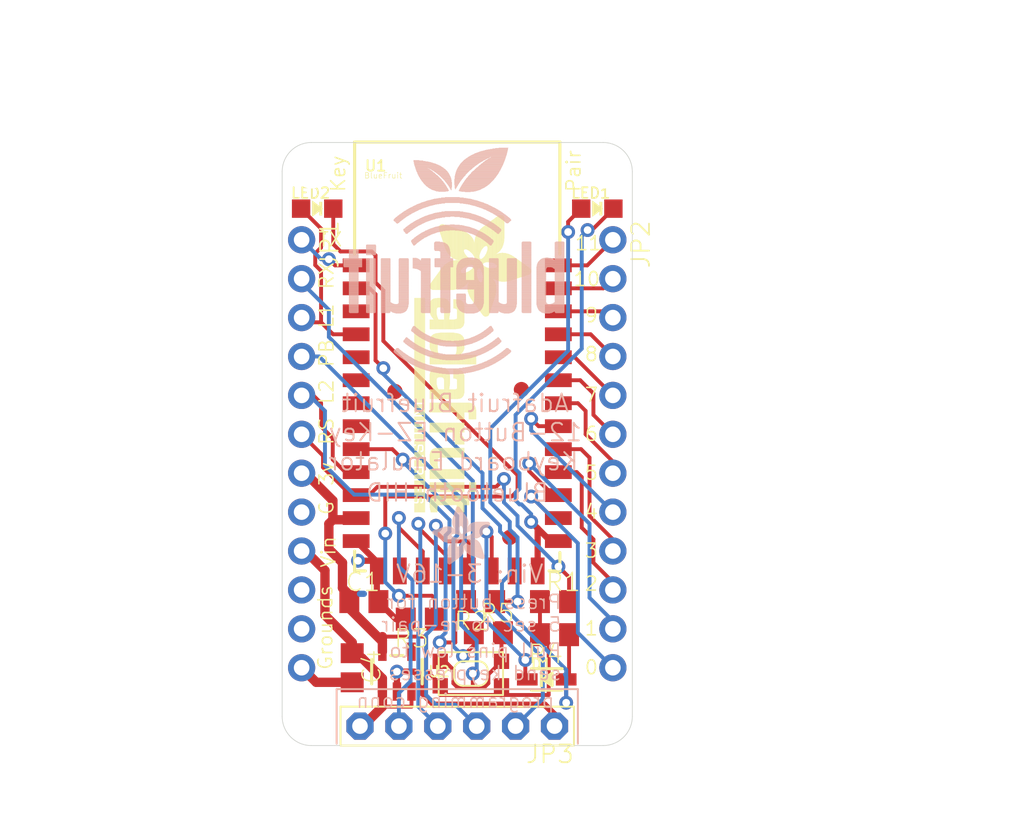
<source format=kicad_pcb>
(kicad_pcb (version 20211014) (generator pcbnew)
  (layers (0 "F.Cu" signal) (31 "B.Cu" signal) (34 "B.Paste" user) (35 "F.Paste" user) (36 "B.SilkS" user "B.Silkscreen") (37 "F.SilkS" user "F.Silkscreen") (38 "B.Mask" user) (39 "F.Mask" user) (44 "Edge.Cuts" user))
  (net 0 "")
  (net 1 "TXD")
  (net 2 "RXD")
  (net 3 "RTS")
  (net 4 "ACT_LED")
  (net 5 "RESET")
  (net 6 "N$23")
  (net 7 "N$24")
  (net 8 "N$25")
  (net 9 "N$26")
  (net 10 "N$27")
  (net 11 "N$28")
  (net 12 "N$29")
  (net 13 "N$31")
  (net 14 "N$32")
  (net 15 "N$33")
  (net 16 "N$34")
  (net 17 "GND")
  (net 18 "CS")
  (net 19 "MOSI")
  (net 20 "MISO")
  (net 21 "CLK")
  (net 22 "+5V")
  (net 23 "+3V3")
  (net 24 "PAIR_BTN")
  (net 25 "N$2")
  (net 26 "N$3")
  (net 27 "RXD_5V")
  (net 28 "PAIR_2")
  (net 29 "N$1")
  (footprint "boardEagle:CHIPLED_0805_NOOUTLINE" (layer "F.Cu") (at 139.3571 89.6366 -90)
    (fp_text reference "LED2" (at -1.016 1.778) (layer "F.SilkS") (effects (font (size 0.692831 0.692831) (thickness 0.119969)) (justify left)))
    (fp_text value "GREEN")
    (pad "A" smd rect (at 0 1.05 270) (size 1.2 1.2) (layers "F.Cu" "F.Paste" "F.Mask") (net 3 "RTS"))
    (pad "C" smd rect (at 0 -1.05 270) (size 1.2 1.2) (layers "F.Cu" "F.Paste" "F.Mask") (net 26 "N$3"))
  )
  (footprint "boardEagle:SOT23-5" (layer "F.Cu") (at 144.5641 119.8626)
    (fp_text reference "U2" (at 1.978 0) (layer "F.SilkS") (effects (font (size 0.692831 0.692831) (thickness 0.119969)) (justify left)))
    (fp_text value "MIC5225")
    (pad "1" smd rect (at -0.95 1.3001) (size 0.55 1.2) (layers "F.Cu" "F.Paste" "F.Mask") (net 22 "+5V"))
    (pad "2" smd rect (at 0 1.3001) (size 0.55 1.2) (layers "F.Cu" "F.Paste" "F.Mask") (net 17 "GND"))
    (pad "3" smd rect (at 0.95 1.3001) (size 0.55 1.2) (layers "F.Cu" "F.Paste" "F.Mask") (net 22 "+5V"))
    (pad "4" smd rect (at 0.95 -1.3001) (size 0.55 1.2) (layers "F.Cu" "F.Paste" "F.Mask"))
    (pad "5" smd rect (at -0.95 -1.3001) (size 0.55 1.2) (layers "F.Cu" "F.Paste" "F.Mask") (net 23 "+3V3"))
  )
  (footprint "boardEagle:CHIPLED_0805_NOOUTLINE" (layer "F.Cu") (at 157.6451 89.6366 -90)
    (fp_text reference "LED1" (at -1.016 1.778) (layer "F.SilkS") (effects (font (size 0.692831 0.692831) (thickness 0.119969)) (justify left)))
    (fp_text value "RED")
    (pad "A" smd rect (at 0 1.05 270) (size 1.2 1.2) (layers "F.Cu" "F.Paste" "F.Mask") (net 25 "N$2"))
    (pad "C" smd rect (at 0 -1.05 270) (size 1.2 1.2) (layers "F.Cu" "F.Paste" "F.Mask") (net 17 "GND"))
  )
  (footprint "boardEagle:R0805" (layer "F.Cu") (at 150.0251 115.2906 180)
    (fp_text reference "R2" (at -0.635 -1.27) (layer "F.SilkS") (effects (font (size 1.176528 1.176528) (thickness 0.093472)) (justify right)))
    (fp_text value "1K")
    (pad "1" smd rect (at -0.95 0 180) (size 1.3 1.5) (layers "F.Cu" "F.Paste" "F.Mask") (net 25 "N$2"))
    (pad "2" smd rect (at 0.95 0 180) (size 1.3 1.5) (layers "F.Cu" "F.Paste" "F.Mask") (net 4 "ACT_LED"))
  )
  (footprint "boardEagle:C0805" (layer "F.Cu") (at 141.6431 119.6086 -90)
    (fp_text reference "C4" (at -1.27 -1.27 90) (layer "F.SilkS") (effects (font (size 1.176528 1.176528) (thickness 0.093472)) (justify right)))
    (fp_text value "10uF")
    (pad "1" smd rect (at -0.95 0 270) (size 1.3 1.5) (layers "F.Cu" "F.Paste" "F.Mask") (net 22 "+5V"))
    (pad "2" smd rect (at 0.95 0 270) (size 1.3 1.5) (layers "F.Cu" "F.Paste" "F.Mask") (net 17 "GND"))
  )
  (footprint "boardEagle:KMR2" (layer "F.Cu") (at 149.3901 119.9896 180)
    (fp_text reference "SW1" hide)
    (fp_text value "SPST_TACT-KMR2" hide)
    (pad "1" smd rect (at 2 -0.8 180) (size 1 1) (layers "F.Cu" "F.Paste" "F.Mask") (net 23 "+3V3"))
    (pad "2" smd rect (at 2 0.8 180) (size 1 1) (layers "F.Cu" "F.Paste" "F.Mask") (net 28 "PAIR_2"))
    (pad "3" smd rect (at -2 -0.8 180) (size 1 1) (layers "F.Cu" "F.Paste" "F.Mask") (net 23 "+3V3"))
    (pad "4" smd rect (at -2 0.8 180) (size 1 1) (layers "F.Cu" "F.Paste" "F.Mask") (net 28 "PAIR_2"))
  )
  (footprint "boardEagle:R0805" (layer "F.Cu") (at 146.0881 116.4336 180)
    (fp_text reference "R3" (at -0.635 -1.27) (layer "F.SilkS") (effects (font (size 1.176528 1.176528) (thickness 0.093472)) (justify right)))
    (fp_text value "1K")
    (pad "1" smd rect (at -0.95 0 180) (size 1.3 1.5) (layers "F.Cu" "F.Paste" "F.Mask") (net 26 "N$3"))
    (pad "2" smd rect (at 0.95 0 180) (size 1.3 1.5) (layers "F.Cu" "F.Paste" "F.Mask") (net 17 "GND"))
  )
  (footprint "" (layer "F.Cu") (at 158.0261 87.2236)
    (fp_text reference "@HOLE3" hide)
    (fp_text value "" (at 0 0) (layer "F.SilkS") (effects (font (size 1.27 1.27))))
    (pad "" np_thru_hole circle (at 0 0) (size 2.2 2.2) (drill 2.2) (layers *.Cu *.Mask))
  )
  (footprint "" (layer "F.Cu") (at 158.0261 122.7836)
    (fp_text reference "@HOLE1" hide)
    (fp_text value "" (at 0 0) (layer "F.SilkS") (effects (font (size 1.27 1.27))))
    (pad "" np_thru_hole circle (at 0 0) (size 2.2 2.2) (drill 2.2) (layers *.Cu *.Mask))
  )
  (footprint "boardEagle:R0805" (layer "F.Cu") (at 150.5331 117.3226)
    (fp_text reference "R5" (at -0.635 -1.27) (layer "F.SilkS") (effects (font (size 1.176528 1.176528) (thickness 0.093472)) (justify left)))
    (fp_text value "2.2K")
    (pad "1" smd rect (at -0.95 0) (size 1.3 1.5) (layers "F.Cu" "F.Paste" "F.Mask") (net 24 "PAIR_BTN"))
    (pad "2" smd rect (at 0.95 0) (size 1.3 1.5) (layers "F.Cu" "F.Paste" "F.Mask") (net 28 "PAIR_2"))
  )
  (footprint "boardEagle:1X12-CB" (layer "F.Cu") (at 158.6611 105.6386 -90)
    (fp_text reference "JP2" (at -15.3162 -1.8288 90) (layer "F.SilkS") (effects (font (size 1.1557 1.1557) (thickness 0.1143)) (justify right)))
    (fp_text value "")
    (pad "1" thru_hole circle (at -13.97 0) (size 1.778 1.778) (drill 1.016) (layers *.Cu *.Mask) (net 16 "N$34"))
    (pad "2" thru_hole circle (at -11.43 0) (size 1.778 1.778) (drill 1.016) (layers *.Cu *.Mask) (net 15 "N$33"))
    (pad "3" thru_hole circle (at -8.89 0) (size 1.778 1.778) (drill 1.016) (layers *.Cu *.Mask) (net 14 "N$32"))
    (pad "4" thru_hole circle (at -6.35 0) (size 1.778 1.778) (drill 1.016) (layers *.Cu *.Mask) (net 13 "N$31"))
    (pad "5" thru_hole circle (at -3.81 0) (size 1.778 1.778) (drill 1.016) (layers *.Cu *.Mask) (net 29 "N$1"))
    (pad "6" thru_hole circle (at -1.27 0) (size 1.778 1.778) (drill 1.016) (layers *.Cu *.Mask) (net 12 "N$29"))
    (pad "7" thru_hole circle (at 1.27 0) (size 1.778 1.778) (drill 1.016) (layers *.Cu *.Mask) (net 11 "N$28"))
    (pad "8" thru_hole circle (at 3.81 0) (size 1.778 1.778) (drill 1.016) (layers *.Cu *.Mask) (net 10 "N$27"))
    (pad "9" thru_hole circle (at 6.35 0) (size 1.778 1.778) (drill 1.016) (layers *.Cu *.Mask) (net 9 "N$26"))
    (pad "10" thru_hole circle (at 8.89 0) (size 1.778 1.778) (drill 1.016) (layers *.Cu *.Mask) (net 8 "N$25"))
    (pad "11" thru_hole circle (at 11.43 0) (size 1.778 1.778) (drill 1.016) (layers *.Cu *.Mask) (net 7 "N$24"))
    (pad "12" thru_hole circle (at 13.97 0) (size 1.778 1.778) (drill 1.016) (layers *.Cu *.Mask) (net 6 "N$23"))
  )
  (footprint "boardEagle:SOD-323" (layer "F.Cu") (at 154.3431 120.3706)
    (fp_text reference "D1" (at -1.1 -1) (layer "F.SilkS") (effects (font (size 0.692831 0.692831) (thickness 0.119969)) (justify left)))
    (fp_text value "1N4148")
    (pad "A" smd rect (at 1.27 0) (size 1.35 0.8) (layers "F.Cu" "F.Paste" "F.Mask") (net 2 "RXD"))
    (pad "C" smd rect (at -1.27 0) (size 1.35 0.8) (layers "F.Cu" "F.Paste" "F.Mask") (net 27 "RXD_5V"))
  )
  (footprint "boardEagle:BLUETOOTH_MODULE" (layer "F.Cu") (at 148.5011 99.2886)
    (fp_text reference "U1" (at -6.096 -12.446) (layer "F.SilkS") (effects (font (size 0.692831 0.692831) (thickness 0.119969)) (justify left)))
    (fp_text value "BlueFruit" (at -6.096 -11.811) (layer "F.SilkS") (effects (font (size 0.369824 0.369824) (thickness 0.036576)) (justify left)))
    (pad "1" smd rect (at -6.6 -5.95) (size 1.75 0.9) (layers "F.Cu" "F.Mask") (net 1 "TXD"))
    (pad "2" smd rect (at -6.6 -4.45) (size 1.75 0.9) (layers "F.Cu" "F.Mask") (net 2 "RXD"))
    (pad "3" smd rect (at -6.6 -2.95) (size 1.75 0.9) (layers "F.Cu" "F.Mask"))
    (pad "4" smd rect (at -6.6 -1.45) (size 1.75 0.9) (layers "F.Cu" "F.Mask") (net 3 "RTS"))
    (pad "5" smd rect (at -6.6 0.05) (size 1.75 0.9) (layers "F.Cu" "F.Mask"))
    (pad "6" smd rect (at -6.6 1.55) (size 1.75 0.9) (layers "F.Cu" "F.Mask"))
    (pad "7" smd rect (at -6.6 3.05) (size 1.75 0.9) (layers "F.Cu" "F.Mask"))
    (pad "8" smd rect (at -6.6 4.55) (size 1.75 0.9) (layers "F.Cu" "F.Mask"))
    (pad "9" smd rect (at -6.6 6.05) (size 1.75 0.9) (layers "F.Cu" "F.Mask") (net 24 "PAIR_BTN"))
    (pad "10" smd rect (at -6.6 7.55) (size 1.75 0.9) (layers "F.Cu" "F.Mask") (net 4 "ACT_LED"))
    (pad "11" smd rect (at -6.6 9.05) (size 1.75 0.9) (layers "F.Cu" "F.Mask") (net 5 "RESET"))
    (pad "12" smd rect (at -6.6 10.55) (size 1.75 0.9) (layers "F.Cu" "F.Mask") (net 23 "+3V3"))
    (pad "13" smd rect (at -6.6 12.05) (size 1.75 0.9) (layers "F.Cu" "F.Mask") (net 17 "GND"))
    (pad "14" smd rect (at -5.25 14 90) (size 1.75 0.9) (layers "F.Cu" "F.Mask") (net 17 "GND"))
    (pad "15" smd rect (at -3.75 14 90) (size 1.75 0.9) (layers "F.Cu" "F.Mask"))
    (pad "16" smd rect (at -2.25 14 90) (size 1.75 0.9) (layers "F.Cu" "F.Mask") (net 18 "CS"))
    (pad "17" smd rect (at -0.75 14 90) (size 1.75 0.9) (layers "F.Cu" "F.Mask") (net 19 "MOSI"))
    (pad "18" smd rect (at 0.75 14 90) (size 1.75 0.9) (layers "F.Cu" "F.Mask") (net 20 "MISO"))
    (pad "19" smd rect (at 2.25 14 90) (size 1.75 0.9) (layers "F.Cu" "F.Mask") (net 21 "CLK"))
    (pad "20" smd rect (at 3.75 14 90) (size 1.75 0.9) (layers "F.Cu" "F.Mask"))
    (pad "21" smd rect (at 5.25 14 90) (size 1.75 0.9) (layers "F.Cu" "F.Mask") (net 17 "GND"))
    (pad "22" smd rect (at 6.6 12.05 180) (size 1.75 0.9) (layers "F.Cu" "F.Mask") (net 17 "GND"))
    (pad "23" smd rect (at 6.6 10.55 180) (size 1.75 0.9) (layers "F.Cu" "F.Mask") (net 6 "N$23"))
    (pad "24" smd rect (at 6.6 9.05 180) (size 1.75 0.9) (layers "F.Cu" "F.Mask") (net 7 "N$24"))
    (pad "25" smd rect (at 6.6 7.55 180) (size 1.75 0.9) (layers "F.Cu" "F.Mask") (net 8 "N$25"))
    (pad "26" smd rect (at 6.6 6.05 180) (size 1.75 0.9) (layers "F.Cu" "F.Mask") (net 9 "N$26"))
    (pad "27" smd rect (at 6.6 4.55 180) (size 1.75 0.9) (layers "F.Cu" "F.Mask") (net 10 "N$27"))
    (pad "28" smd rect (at 6.6 3.05 180) (size 1.75 0.9) (layers "F.Cu" "F.Mask") (net 11 "N$28"))
    (pad "29" smd rect (at 6.6 1.55 180) (size 1.75 0.9) (layers "F.Cu" "F.Mask") (net 12 "N$29"))
    (pad "30" smd rect (at 6.6 0.05 180) (size 1.75 0.9) (layers "F.Cu" "F.Mask") (net 29 "N$1"))
    (pad "31" smd rect (at 6.6 -1.45 180) (size 1.75 0.9) (layers "F.Cu" "F.Mask") (net 13 "N$31"))
    (pad "32" smd rect (at 6.6 -2.95 180) (size 1.75 0.9) (layers "F.Cu" "F.Mask") (net 14 "N$32"))
    (pad "33" smd rect (at 6.6 -4.45 180) (size 1.75 0.9) (layers "F.Cu" "F.Mask") (net 15 "N$33"))
    (pad "34" smd rect (at 6.6 -5.95 180) (size 1.75 0.9) (layers "F.Cu" "F.Mask") (net 16 "N$34"))
  )
  (footprint "boardEagle:R0805" (layer "F.Cu") (at 154.8511 115.2906)
    (fp_text reference "R1" (at -0.635 -1.27) (layer "F.SilkS") (effects (font (size 1.176528 1.176528) (thickness 0.093472)) (justify left)))
    (fp_text value "10K")
    (pad "1" smd rect (at -0.95 0) (size 1.3 1.5) (layers "F.Cu" "F.Paste" "F.Mask") (net 23 "+3V3"))
    (pad "2" smd rect (at 0.95 0) (size 1.3 1.5) (layers "F.Cu" "F.Paste" "F.Mask") (net 5 "RESET"))
  )
  (footprint "boardEagle:1X12-CB" (layer "F.Cu") (at 138.3411 105.6386 -90)
    (fp_text reference "JP1" (at -15.3162 -1.8288 90) (layer "F.SilkS") (effects (font (size 1.1557 1.1557) (thickness 0.1143)) (justify right)))
    (fp_text value "")
    (pad "1" thru_hole circle (at -13.97 0) (size 1.778 1.778) (drill 1.016) (layers *.Cu *.Mask) (net 1 "TXD"))
    (pad "2" thru_hole circle (at -11.43 0) (size 1.778 1.778) (drill 1.016) (layers *.Cu *.Mask) (net 27 "RXD_5V"))
    (pad "3" thru_hole circle (at -8.89 0) (size 1.778 1.778) (drill 1.016) (layers *.Cu *.Mask) (net 3 "RTS"))
    (pad "4" thru_hole circle (at -6.35 0) (size 1.778 1.778) (drill 1.016) (layers *.Cu *.Mask) (net 28 "PAIR_2"))
    (pad "5" thru_hole circle (at -3.81 0) (size 1.778 1.778) (drill 1.016) (layers *.Cu *.Mask) (net 4 "ACT_LED"))
    (pad "6" thru_hole circle (at -1.27 0) (size 1.778 1.778) (drill 1.016) (layers *.Cu *.Mask) (net 5 "RESET"))
    (pad "7" thru_hole circle (at 1.27 0) (size 1.778 1.778) (drill 1.016) (layers *.Cu *.Mask) (net 23 "+3V3"))
    (pad "8" thru_hole circle (at 3.81 0) (size 1.778 1.778) (drill 1.016) (layers *.Cu *.Mask) (net 17 "GND"))
    (pad "9" thru_hole circle (at 6.35 0) (size 1.778 1.778) (drill 1.016) (layers *.Cu *.Mask) (net 22 "+5V"))
    (pad "10" thru_hole circle (at 8.89 0) (size 1.778 1.778) (drill 1.016) (layers *.Cu *.Mask) (net 17 "GND"))
    (pad "11" thru_hole circle (at 11.43 0) (size 1.778 1.778) (drill 1.016) (layers *.Cu *.Mask) (net 17 "GND"))
    (pad "12" thru_hole circle (at 13.97 0) (size 1.778 1.778) (drill 1.016) (layers *.Cu *.Mask) (net 17 "GND"))
  )
  (footprint "boardEagle:ADAFRUIT_TEXT_20MM" (layer "F.Cu") (at 145.7071 89.8906 -90)
    (fp_text reference "U$4" hide)
    (fp_text value "" hide)
  )
  (footprint "boardEagle:FIDUCIAL_1MM" (layer "F.Cu") (at 152.6921 101.4476)
    (fp_text reference "FID3" hide)
    (fp_text value "FIDUCIAL\"\"" hide)
    (pad "1" smd roundrect (at 0 0) (size 1 1) (layers "F.Cu" "F.Mask") (roundrect_rratio 0.5))
  )
  (footprint "" (layer "F.Cu") (at 138.9761 122.7836)
    (fp_text reference "@HOLE0" hide)
    (fp_text value "" (at 0 0) (layer "F.SilkS") (effects (font (size 1.27 1.27))))
    (pad "" np_thru_hole circle (at 0 0) (size 2.2 2.2) (drill 2.2) (layers *.Cu *.Mask))
  )
  (footprint "boardEagle:1X06-BIG" (layer "F.Cu") (at 148.5011 123.4186 180)
    (fp_text reference "JP3" (at -7.6962 -1.8288) (layer "F.SilkS") (effects (font (size 1.1557 1.1557) (thickness 0.1143)) (justify right)))
    (fp_text value "")
    (pad "1" thru_hole roundrect (at -6.35 0 270) (size 1.778 1.778) (drill 1.016) (layers *.Cu *.Mask) (chamfer_ratio 0.2928932188) (chamfer top_left top_right bottom_left bottom_right) (net 17 "GND"))
    (pad "2" thru_hole roundrect (at -3.81 0 270) (size 1.778 1.778) (drill 1.016) (layers *.Cu *.Mask) (chamfer_ratio 0.2928932188) (chamfer top_left top_right bottom_left bottom_right) (net 21 "CLK"))
    (pad "3" thru_hole roundrect (at -1.27 0 270) (size 1.778 1.778) (drill 1.016) (layers *.Cu *.Mask) (chamfer_ratio 0.2928932188) (chamfer top_left top_right bottom_left bottom_right) (net 20 "MISO"))
    (pad "4" thru_hole roundrect (at 1.27 0 270) (size 1.778 1.778) (drill 1.016) (layers *.Cu *.Mask) (chamfer_ratio 0.2928932188) (chamfer top_left top_right bottom_left bottom_right) (net 19 "MOSI"))
    (pad "5" thru_hole roundrect (at 3.81 0 270) (size 1.778 1.778) (drill 1.016) (layers *.Cu *.Mask) (chamfer_ratio 0.2928932188) (chamfer top_left top_right bottom_left bottom_right) (net 18 "CS"))
    (pad "6" thru_hole roundrect (at 6.35 0 270) (size 1.778 1.778) (drill 1.016) (layers *.Cu *.Mask) (chamfer_ratio 0.2928932188) (chamfer top_left top_right bottom_left bottom_right) (net 22 "+5V"))
  )
  (footprint "boardEagle:FIDUCIAL_1MM" (layer "F.Cu") (at 144.4371 101.5746)
    (fp_text reference "FID1" hide)
    (fp_text value "FIDUCIAL\"\"" hide)
    (pad "1" smd roundrect (at 0 0) (size 1 1) (layers "F.Cu" "F.Mask") (roundrect_rratio 0.5))
  )
  (footprint "boardEagle:R0805" (layer "F.Cu") (at 154.8511 117.4496 180)
    (fp_text reference "R4" (at -0.635 -1.27) (layer "F.SilkS") (effects (font (size 1.176528 1.176528) (thickness 0.093472)) (justify right)))
    (fp_text value "10K")
    (pad "1" smd rect (at -0.95 0 180) (size 1.3 1.5) (layers "F.Cu" "F.Paste" "F.Mask") (net 2 "RXD"))
    (pad "2" smd rect (at 0.95 0 180) (size 1.3 1.5) (layers "F.Cu" "F.Paste" "F.Mask") (net 23 "+3V3"))
  )
  (footprint "boardEagle:C0805" (layer "F.Cu") (at 142.4051 115.2906)
    (fp_text reference "C1" (at -1.27 -1.27) (layer "F.SilkS") (effects (font (size 1.176528 1.176528) (thickness 0.093472)) (justify left)))
    (fp_text value "10uF")
    (pad "1" smd rect (at -0.95 0) (size 1.3 1.5) (layers "F.Cu" "F.Paste" "F.Mask") (net 23 "+3V3"))
    (pad "2" smd rect (at 0.95 0) (size 1.3 1.5) (layers "F.Cu" "F.Paste" "F.Mask") (net 17 "GND"))
  )
  (footprint "boardEagle:FIDUCIAL_1MM" (layer "F.Cu") (at 151.9301 111.0996)
    (fp_text reference "FID2" hide)
    (fp_text value "FIDUCIAL\"\"" hide)
    (pad "1" smd roundrect (at 0 0) (size 1 1) (layers "F.Cu" "F.Mask") (roundrect_rratio 0.5))
  )
  (footprint "" (layer "F.Cu") (at 138.9761 87.2236)
    (fp_text reference "@HOLE2" hide)
    (fp_text value "" (at 0 0) (layer "F.SilkS") (effects (font (size 1.27 1.27))))
    (pad "" np_thru_hole circle (at 0 0) (size 2.2 2.2) (drill 2.2) (layers *.Cu *.Mask))
  )
  (footprint "boardEagle:BLUEFRUITLOGO_150MM" (layer "B.Cu") (at 155.4861 100.4316 180)
    (fp_text reference "U$2" hide)
    (fp_text value "" hide)
  )
  (footprint "boardEagle:ADAFRUIT_3.5MM" (layer "B.Cu") (at 150.6601 112.8776 180)
    (fp_text reference "U$3" hide)
    (fp_text value "" hide)
  )
  (gr_line (start 140.6271 121.0056) (end 140.6271 124.5616) (layer "B.SilkS") (width 0.127))
  (gr_line (start 156.3751 121.0056) (end 156.3751 124.5616) (layer "B.SilkS") (width 0.127))
  (gr_line (start 156.3751 121.0056) (end 140.6271 121.0056) (layer "B.SilkS") (width 0.127))
  (gr_line (start 158.0261 85.3186) (end 138.9761 85.3186) (layer "Edge.Cuts") (width 0.05))
  (gr_line (start 138.9761 124.6886) (end 158.0261 124.6886) (layer "Edge.Cuts") (width 0.05))
  (gr_arc (start 137.0711 87.2236) (mid 137.629062 85.876562) (end 138.9761 85.3186) (layer "Edge.Cuts") (width 0.05))
  (gr_line (start 137.0711 87.2236) (end 137.0711 122.7836) (layer "Edge.Cuts") (width 0.05))
  (gr_arc (start 138.9761 124.6886) (mid 137.629062 124.130638) (end 137.0711 122.7836) (layer "Edge.Cuts") (width 0.05))
  (gr_arc (start 158.0261 85.3186) (mid 159.373138 85.876562) (end 159.9311 87.2236) (layer "Edge.Cuts") (width 0.05))
  (gr_arc (start 159.9311 122.7836) (mid 159.373138 124.130638) (end 158.0261 124.6886) (layer "Edge.Cuts") (width 0.05))
  (gr_line (start 159.9311 122.7836) (end 159.9311 87.2236) (layer "Edge.Cuts") (width 0.05))
  (gr_text "Adafruit Bluefruit" (at 148.3741 102.3366) (layer "B.SilkS") (effects (font (size 1.143 1.143) (thickness 0.127)) (justify mirror)))
  (gr_text "Vin: 3-16V" (at 154.2161 114.1476) (layer "B.SilkS") (effects (font (size 1.143 1.143) (thickness 0.127)) (justify left bottom mirror)))
  (gr_text "Bluetooth HID" (at 148.5011 108.1786) (layer "B.SilkS") (effects (font (size 1.143 1.143) (thickness 0.127)) (justify mirror)))
  (gr_text "Pull pins low to\nsend keypresses" (at 155.3591 120.4976) (layer "B.SilkS") (effects (font (size 0.9144 0.9144) (thickness 0.1016)) (justify left bottom mirror)))
  (gr_text "Keyboard Emulator" (at 148.2471 106.1466) (layer "B.SilkS") (effects (font (size 1.143 1.143) (thickness 0.127)) (justify mirror)))
  (gr_text "Press button for\n5 sec to re-pair" (at 155.3591 117.3226) (layer "B.SilkS") (effects (font (size 0.9144 0.9144) (thickness 0.1016)) (justify left bottom mirror)))
  (gr_text "12-Button EZ-Key" (at 148.3741 104.2416) (layer "B.SilkS") (effects (font (size 1.143 1.143) (thickness 0.127)) (justify mirror)))
  (gr_text "programming conn" (at 148.3741 121.7676) (layer "B.SilkS") (effects (font (size 0.9144 0.9144) (thickness 0.1016)) (justify mirror)))
  (gr_text "10" (at 157.8991 93.7006) (layer "F.SilkS") (effects (font (size 0.9144 0.9144) (thickness 0.1016)) (justify right top)))
  (gr_text "Pair" (at 156.6291 88.6206 90) (layer "F.SilkS") (effects (font (size 0.9144 0.9144) (thickness 0.1016)) (justify left bottom)))
  (gr_text "7" (at 156.7561 102.3366) (layer "F.SilkS") (effects (font (size 0.9144 0.9144) (thickness 0.1016)) (justify left bottom)))
  (gr_text "3v" (at 140.5001 107.7976 90) (layer "F.SilkS") (effects (font (size 0.9144 0.9144) (thickness 0.1016)) (justify left bottom)))
  (gr_text "8" (at 156.7561 99.6696) (layer "F.SilkS") (effects (font (size 0.9144 0.9144) (thickness 0.1016)) (justify left bottom)))
  (gr_text "L1" (at 140.5001 97.5106 90) (layer "F.SilkS") (effects (font (size 0.9144 0.9144) (thickness 0.1016)) (justify left bottom)))
  (gr_text "RS" (at 140.5001 105.1306 90) (layer "F.SilkS") (effects (font (size 0.9144 0.9144) (thickness 0.1016)) (justify left bottom)))
  (gr_text "1" (at 156.7561 117.5766) (layer "F.SilkS") (effects (font (size 0.9144 0.9144) (thickness 0.1016)) (justify left bottom)))
  (gr_text "Grounds" (at 139.3571 114.1476 90) (layer "F.SilkS") (effects (font (size 0.9144 0.9144) (thickness 0.1016)) (justify right top)))
  (gr_text "9" (at 156.7561 97.1296) (layer "F.SilkS") (effects (font (size 0.9144 0.9144) (thickness 0.1016)) (justify left bottom)))
  (gr_text "Key" (at 141.2621 88.6206 90) (layer "F.SilkS") (effects (font (size 0.9144 0.9144) (thickness 0.1016)) (justify left bottom)))
  (gr_text "Vin" (at 140.6271 113.1316 90) (layer "F.SilkS") (effects (font (size 0.9144 0.9144) (thickness 0.1016)) (justify left bottom)))
  (gr_text "L2" (at 140.5001 102.4636 90) (layer "F.SilkS") (effects (font (size 0.9144 0.9144) (thickness 0.1016)) (justify left bottom)))
  (gr_text "PB" (at 140.5001 100.0506 90) (layer "F.SilkS") (effects (font (size 0.9144 0.9144) (thickness 0.1016)) (justify left bottom)))
  (gr_text "4" (at 156.7561 109.9566) (layer "F.SilkS") (effects (font (size 0.9144 0.9144) (thickness 0.1016)) (justify left bottom)))
  (gr_text "G" (at 140.5001 109.7026 90) (layer "F.SilkS") (effects (font (size 0.9144 0.9144) (thickness 0.1016)) (justify left bottom)))
  (gr_text "11" (at 156.1211 92.4306) (layer "F.SilkS") (effects (font (size 0.9144 0.9144) (thickness 0.1016)) (justify left bottom)))
  (gr_text "0" (at 156.7561 120.1166) (layer "F.SilkS") (effects (font (size 0.9144 0.9144) (thickness 0.1016)) (justify left bottom)))
  (gr_text "3" (at 156.7561 112.4966) (layer "F.SilkS") (effects (font (size 0.9144 0.9144) (thickness 0.1016)) (justify left bottom)))
  (gr_text "RX" (at 140.5001 94.9706 90) (layer "F.SilkS") (effects (font (size 0.9144 0.9144) (thickness 0.1016)) (justify left bottom)))
  (gr_text "6" (at 156.7561 104.8766) (layer "F.SilkS") (effects (font (size 0.9144 0.9144) (thickness 0.1016)) (justify left bottom)))
  (gr_text "TX" (at 139.3571 92.1766) (layer "F.SilkS") (effects (font (size 0.9144 0.9144) (thickness 0.1016)) (justify left bottom)))
  (gr_text "5" (at 156.7561 107.4166) (layer "F.SilkS") (effects (font (size 0.9144 0.9144) (thickness 0.1016)) (justify left bottom)))
  (gr_text "2" (at 156.7561 114.6556) (layer "F.SilkS") (effects (font (size 0.9144 0.9144) (thickness 0.1016)) (justify left bottom)))
  (segment (start 140.1191 92.9386) (end 140.5191 93.3386) (width 0.254) (layer "F.Cu") (net 1))
  (segment (start 141.9011 93.3386) (end 140.5191 93.3386) (width 0.254) (layer "F.Cu") (net 1))
  (via (at 140.1191 92.9386) (size 0.9064) (drill 0.5) (layers "F.Cu" "B.Cu") (net 1))
  (segment (start 139.6111 92.9386) (end 140.1191 92.9386) (width 0.254) (layer "B.Cu") (net 1))
  (segment (start 138.3411 91.6686) (end 139.6111 92.9386) (width 0.254) (layer "B.Cu") (net 1))
  (segment (start 143.1671 99.5426) (end 143.6751 100.0506) (width 0.254) (layer "F.Cu") (net 2))
  (segment (start 155.6131 120.3706) (end 155.8011 120.1826) (width 0.254) (layer "F.Cu") (net 2))
  (segment (start 155.8011 120.1826) (end 155.8011 117.4496) (width 0.254) (layer "F.Cu") (net 2))
  (segment (start 142.7811 94.8386) (end 143.1671 95.2246) (width 0.254) (layer "F.Cu") (net 2))
  (segment (start 141.9011 94.8386) (end 142.7811 94.8386) (width 0.254) (layer "F.Cu") (net 2))
  (segment (start 155.6131 121.8946) (end 155.6131 120.3706) (width 0.254) (layer "F.Cu") (net 2))
  (segment (start 143.1671 95.2246) (end 143.1671 99.5426) (width 0.254) (layer "F.Cu") (net 2))
  (via (at 143.6751 100.0506) (size 0.9064) (drill 0.5) (layers "F.Cu" "B.Cu") (net 2))
  (via (at 155.6131 121.8946) (size 0.9064) (drill 0.5) (layers "F.Cu" "B.Cu") (net 2))
  (segment (start 150.1521 106.9086) (end 150.1521 109.1946) (width 0.254) (layer "B.Cu") (net 2))
  (segment (start 150.1521 106.9086) (end 143.6751 100.4316) (width 0.254) (layer "B.Cu") (net 2))
  (segment (start 151.9301 113.5126) (end 151.4221 114.0206) (width 0.254) (layer "B.Cu") (net 2))
  (segment (start 151.2951 110.7186) (end 151.9301 111.3536) (width 0.254) (layer "B.Cu") (net 2))
  (segment (start 155.538706 120.042207) (end 155.6131 120.22181) (width 0.254) (layer "B.Cu") (net 2))
  (segment (start 150.1521 109.1946) (end 151.2951 110.3376) (width 0.254) (layer "B.Cu") (net 2))
  (segment (start 155.538706 120.042207) (end 155.538706 120.042207) (width 0.254) (layer "B.Cu") (net 2))
  (segment (start 155.6131 119.7356) (end 155.6131 121.8946) (width 0.254) (layer "B.Cu") (net 2))
  (segment (start 143.6751 100.4316) (end 143.6751 100.0506) (width 0.254) (layer "B.Cu") (net 2))
  (segment (start 151.9301 111.3536) (end 151.9301 113.5126) (width 0.254) (layer "B.Cu") (net 2))
  (segment (start 155.6131 120.22181) (end 155.6131 121.8946) (width 0.254) (layer "B.Cu") (net 2))
  (segment (start 151.4221 115.5446) (end 155.6131 119.7356) (width 0.254) (layer "B.Cu") (net 2))
  (segment (start 151.2951 110.3376) (end 151.2951 110.7186) (width 0.254) (layer "B.Cu") (net 2))
  (segment (start 151.4221 114.0206) (end 151.4221 115.5446) (width 0.254) (layer "B.Cu") (net 2))
  (segment (start 139.6111 93.7006) (end 139.6111 97.0576) (width 0.254) (layer "F.Cu") (net 3))
  (segment (start 139.2301 92.5576) (end 139.2301 93.3196) (width 0.254) (layer "F.Cu") (net 3))
  (segment (start 138.3071 89.6366) (end 139.6111 90.9406) (width 0.254) (layer "F.Cu") (net 3))
  (segment (start 139.2301 93.3196) (end 139.6111 93.7006) (width 0.254) (layer "F.Cu") (net 3))
  (segment (start 139.6111 90.9406) (end 139.6111 92.1766) (width 0.254) (layer "F.Cu") (net 3))
  (segment (start 140.3921 97.8386) (end 141.9011 97.8386) (width 0.254) (layer "F.Cu") (net 3))
  (segment (start 138.6501 97.0576) (end 139.6111 97.0576) (width 0.254) (layer "F.Cu") (net 3))
  (segment (start 139.6111 92.1766) (end 139.2301 92.5576) (width 0.254) (layer "F.Cu") (net 3))
  (segment (start 138.3411 96.7486) (end 138.6501 97.0576) (width 0.254) (layer "F.Cu") (net 3))
  (segment (start 139.6111 97.0576) (end 140.3921 97.8386) (width 0.254) (layer "F.Cu") (net 3))
  (segment (start 141.1921 106.8386) (end 141.9011 106.8386) (width 0.254) (layer "F.Cu") (net 4))
  (segment (start 139.6111 103.8606) (end 140.3731 104.6226) (width 0.254) (layer "F.Cu") (net 4))
  (segment (start 148.7551 115.2906) (end 149.0751 115.2906) (width 0.254) (layer "F.Cu") (net 4))
  (segment (start 140.3731 106.0196) (end 141.1921 106.8386) (width 0.254) (layer "F.Cu") (net 4))
  (segment (start 148.3741 117.9576) (end 148.3741 115.6716) (width 0.254) (layer "F.Cu") (net 4))
  (segment (start 138.3411 101.8286) (end 139.1031 101.8286) (width 0.254) (layer "F.Cu") (net 4))
  (segment (start 148.3741 115.6716) (end 148.7551 115.2906) (width 0.254) (layer "F.Cu") (net 4))
  (segment (start 139.1031 101.8286) (end 139.6111 102.3366) (width 0.254) (layer "F.Cu") (net 4))
  (segment (start 140.3731 104.6226) (end 140.3731 106.0196) (width 0.254) (layer "F.Cu") (net 4))
  (segment (start 147.3581 117.9576) (end 148.3741 117.9576) (width 0.254) (layer "F.Cu") (net 4))
  (segment (start 139.6111 102.3366) (end 139.6111 103.8606) (width 0.254) (layer "F.Cu") (net 4))
  (via (at 147.3581 117.9576) (size 0.9064) (drill 0.5) (layers "F.Cu" "B.Cu") (net 4))
  (segment (start 147.7391 117.3226) (end 147.7391 110.9726) (width 0.254) (layer "B.Cu") (net 4))
  (segment (start 141.7701 108.3056) (end 139.8651 106.4006) (width 0.254) (layer "B.Cu") (net 4))
  (segment (start 147.7391 110.9726) (end 147.9931 110.7186) (width 0.254) (layer "B.Cu") (net 4))
  (segment (start 138.8491 101.8286) (end 138.3411 101.8286) (width 0.254) (layer "B.Cu") (net 4))
  (segment (start 147.9931 109.9566) (end 146.3421 108.3056) (width 0.254) (layer "B.Cu") (net 4))
  (segment (start 139.8651 102.8446) (end 138.8491 101.8286) (width 0.254) (layer "B.Cu") (net 4))
  (segment (start 147.3581 117.9576) (end 147.3581 117.7036) (width 0.254) (layer "B.Cu") (net 4))
  (segment (start 139.8651 106.4006) (end 139.8651 102.8446) (width 0.254) (layer "B.Cu") (net 4))
  (segment (start 146.3421 108.3056) (end 141.7701 108.3056) (width 0.254) (layer "B.Cu") (net 4))
  (segment (start 147.9931 110.7186) (end 147.9931 109.9566) (width 0.254) (layer "B.Cu") (net 4))
  (segment (start 147.3581 117.7036) (end 147.7391 117.3226) (width 0.254) (layer "B.Cu") (net 4))
  (segment (start 141.5491 108.3386) (end 141.9011 108.3386) (width 0.254) (layer "F.Cu") (net 5))
  (segment (start 143.2941 107.7976) (end 142.7531 108.3386) (width 0.254) (layer "F.Cu") (net 5))
  (segment (start 138.3411 104.3686) (end 139.7381 105.7656) (width 0.254) (layer "F.Cu") (net 5))
  (segment (start 151.0411 107.7976) (end 143.2941 107.7976) (width 0.254) (layer "F.Cu") (net 5))
  (segment (start 142.7531 108.3386) (end 141.9011 108.3386) (width 0.254) (layer "F.Cu") (net 5))
  (segment (start 151.5491 107.2896) (end 151.0411 107.7976) (width 0.254) (layer "F.Cu") (net 5))
  (segment (start 139.7381 105.7656) (end 139.7381 106.5276) (width 0.254) (layer "F.Cu") (net 5))
  (segment (start 155.1051 113.0046) (end 155.8011 113.7006) (width 0.254) (layer "F.Cu") (net 5))
  (segment (start 155.8011 113.7006) (end 155.8011 115.2906) (width 0.254) (layer "F.Cu") (net 5))
  (segment (start 139.7381 106.5276) (end 141.5491 108.3386) (width 0.254) (layer "F.Cu") (net 5))
  (via (at 155.1051 113.0046) (size 0.9064) (drill 0.5) (layers "F.Cu" "B.Cu") (net 5))
  (via (at 151.5491 107.2896) (size 0.9064) (drill 0.5) (layers "F.Cu" "B.Cu") (net 5))
  (segment (start 151.5491 108.8136) (end 152.4381 109.7026) (width 0.254) (layer "B.Cu") (net 5))
  (segment (start 152.4381 110.3376) (end 155.1051 113.0046) (width 0.254) (layer "B.Cu") (net 5))
  (segment (start 151.5491 107.2896) (end 151.5491 108.8136) (width 0.254) (layer "B.Cu") (net 5))
  (segment (start 152.4381 109.7026) (end 152.4381 110.3376) (width 0.254) (layer "B.Cu") (net 5))
  (segment (start 154.7331 109.8386) (end 155.1011 109.8386) (width 0.254) (layer "F.Cu") (net 6))
  (segment (start 153.3271 108.4326) (end 154.7331 109.8386) (width 0.254) (layer "F.Cu") (net 6))
  (via (at 153.3271 108.4326) (size 0.9064) (drill 0.5) (layers "F.Cu" "B.Cu") (net 6))
  (segment (start 153.3271 108.4326) (end 156.3751 111.4806) (width 0.254) (layer "B.Cu") (net 6))
  (segment (start 156.3751 111.4806) (end 156.3751 117.3226) (width 0.254) (layer "B.Cu") (net 6))
  (segment (start 156.3751 117.3226) (end 158.6611 119.6086) (width 0.254) (layer "B.Cu") (net 6))
  (segment (start 154.7571 108.3386) (end 155.1011 108.3386) (width 0.254) (layer "F.Cu") (net 7))
  (segment (start 153.2001 106.2736) (end 153.2001 106.7816) (width 0.254) (layer "F.Cu") (net 7))
  (segment (start 153.2001 106.7816) (end 154.7571 108.3386) (width 0.254) (layer "F.Cu") (net 7))
  (via (at 153.2001 106.2736) (size 0.9064) (drill 0.5) (layers "F.Cu" "B.Cu") (net 7))
  (segment (start 157.1371 115.0366) (end 158.6611 116.5606) (width 0.254) (layer "B.Cu") (net 7))
  (segment (start 153.2001 106.2736) (end 157.1371 110.2106) (width 0.254) (layer "B.Cu") (net 7))
  (segment (start 158.6611 116.5606) (end 158.6611 117.0686) (width 0.254) (layer "B.Cu") (net 7))
  (segment (start 157.1371 110.2106) (end 157.1371 115.0366) (width 0.254) (layer "B.Cu") (net 7))
  (segment (start 156.3051 106.8386) (end 156.6291 107.1626) (width 0.254) (layer "F.Cu") (net 8))
  (segment (start 156.6291 107.1626) (end 156.6291 110.4646) (width 0.254) (layer "F.Cu") (net 8))
  (segment (start 155.1011 106.8386) (end 156.3051 106.8386) (width 0.254) (layer "F.Cu") (net 8))
  (segment (start 157.3911 111.2266) (end 157.3911 112.7506) (width 0.254) (layer "F.Cu") (net 8))
  (segment (start 156.6291 110.4646) (end 157.3911 111.2266) (width 0.254) (layer "F.Cu") (net 8))
  (segment (start 157.3911 112.7506) (end 158.6611 114.0206) (width 0.254) (layer "F.Cu") (net 8))
  (segment (start 158.6611 114.0206) (end 158.6611 114.5286) (width 0.254) (layer "F.Cu") (net 8))
  (segment (start 155.1011 105.3386) (end 156.5831 105.3386) (width 0.254) (layer "F.Cu") (net 9))
  (segment (start 158.6611 111.2266) (end 158.6611 111.9886) (width 0.254) (layer "F.Cu") (net 9))
  (segment (start 157.1371 105.8926) (end 157.1371 109.7026) (width 0.254) (layer "F.Cu") (net 9))
  (segment (start 157.1371 109.7026) (end 158.6611 111.2266) (width 0.254) (layer "F.Cu") (net 9))
  (segment (start 156.5831 105.3386) (end 157.1371 105.8926) (width 0.254) (layer "F.Cu") (net 9))
  (segment (start 153.8131 103.8386) (end 153.3271 103.3526) (width 0.254) (layer "F.Cu") (net 10))
  (segment (start 155.1011 103.8386) (end 153.8131 103.8386) (width 0.254) (layer "F.Cu") (net 10))
  (via (at 153.3271 103.3526) (size 0.9064) (drill 0.5) (layers "F.Cu" "B.Cu") (net 10))
  (segment (start 153.3271 103.3526) (end 153.3271 104.1146) (width 0.254) (layer "B.Cu") (net 10))
  (segment (start 153.3271 104.1146) (end 158.6611 109.4486) (width 0.254) (layer "B.Cu") (net 10))
  (segment (start 155.1011 102.3386) (end 156.3771 102.3386) (width 0.254) (layer "F.Cu") (net 11))
  (segment (start 158.6611 106.1466) (end 158.6611 106.9086) (width 0.254) (layer "F.Cu") (net 11))
  (segment (start 156.8831 102.8446) (end 156.8831 104.3686) (width 0.254) (layer "F.Cu") (net 11))
  (segment (start 156.8831 104.3686) (end 158.6611 106.1466) (width 0.254) (layer "F.Cu") (net 11))
  (segment (start 156.3771 102.3386) (end 156.8831 102.8446) (width 0.254) (layer "F.Cu") (net 11))
  (segment (start 155.1011 100.8386) (end 156.5281 100.8386) (width 0.254) (layer "F.Cu") (net 12))
  (segment (start 157.3911 101.7016) (end 157.3911 103.0986) (width 0.254) (layer "F.Cu") (net 12))
  (segment (start 157.3911 103.0986) (end 158.6611 104.3686) (width 0.254) (layer "F.Cu") (net 12))
  (segment (start 156.5281 100.8386) (end 157.3911 101.7016) (width 0.254) (layer "F.Cu") (net 12))
  (segment (start 155.1011 97.8386) (end 157.2111 97.8386) (width 0.254) (layer "F.Cu") (net 13))
  (segment (start 158.6611 99.0346) (end 158.6611 99.2886) (width 0.254) (layer "F.Cu") (net 13))
  (segment (start 157.2111 97.8386) (end 158.6611 99.2886) (width 0.254) (layer "F.Cu") (net 13))
  (segment (start 155.1011 96.3386) (end 158.2511 96.3386) (width 0.254) (layer "F.Cu") (net 14))
  (segment (start 158.2511 96.3386) (end 158.6611 96.7486) (width 0.254) (layer "F.Cu") (net 14))
  (segment (start 158.0311 94.8386) (end 158.6611 94.2086) (width 0.254) (layer "F.Cu") (net 15))
  (segment (start 155.1011 94.8386) (end 158.0311 94.8386) (width 0.254) (layer "F.Cu") (net 15))
  (segment (start 156.9911 93.3386) (end 158.6611 91.6686) (width 0.254) (layer "F.Cu") (net 16))
  (segment (start 156.9911 93.3386) (end 155.1011 93.3386) (width 0.254) (layer "F.Cu") (net 16))
  (segment (start 143.2511 115.0136) (end 143.2511 115.1866) (width 0.254) (layer "F.Cu") (net 17))
  (segment (start 139.2911 120.5586) (end 141.6431 120.5586) (width 0.6096) (layer "F.Cu") (net 17))
  (segment (start 154.2161 122.0216) (end 146.9771 122.0216) (width 0.4064) (layer "F.Cu") (net 17))
  (segment (start 158.6951 89.6366) (end 158.6951 89.4506) (width 0.254) (layer "F.Cu") (net 17))
  (segment (start 143.2511 115.0136) (end 143.2511 113.2886) (width 0.4064) (layer "F.Cu") (net 17))
  (segment (start 154.2161 122.0216) (end 154.8511 122.6566) (width 0.4064) (layer "F.Cu") (net 17))
  (segment (start 143.1671 112.6236) (end 142.0241 112.6236) (width 0.4064) (layer "F.Cu") (net 17))
  (segment (start 158.6611 89.3826) (end 158.6611 89.4166) (width 0.254) (layer "F.Cu") (net 17))
  (segment (start 143.3551 115.2906) (end 144.4981 116.4336) (width 0.4064) (layer "F.Cu") (net 17))
  (segment (start 153.7511 110.5076) (end 154.5821 111.3386) (width 0.4064) (layer "F.Cu") (net 17))
  (segment (start 138.3411 119.6086) (end 139.2911 120.5586) (width 0.6096) (layer "F.Cu") (net 17))
  (segment (start 143.2741 115.2906) (end 143.3551 115.2906) (width 0.254) (layer "F.Cu") (net 17))
  (segment (start 154.8511 122.6566) (end 154.8511 123.4186) (width 0.4064) (layer "F.Cu") (net 17))
  (segment (start 141.9011 111.3386) (end 143.1671 112.6046) (width 0.4064) (layer "F.Cu") (net 17))
  (segment (start 143.1671 112.6046) (end 143.1671 112.6236) (width 0.4064) (layer "F.Cu") (net 17))
  (segment (start 146.9771 122.0216) (end 146.2151 121.2596) (width 0.4064) (layer "F.Cu") (net 17))
  (segment (start 154.5821 111.3386) (end 155.1011 111.3386) (width 0.4064) (layer "F.Cu") (net 17))
  (segment (start 157.0101 91.0336) (end 157.2981 91.0336) (width 0.254) (layer "F.Cu") (net 17))
  (segment (start 157.2981 91.0336) (end 158.6951 89.6366) (width 0.254) (layer "F.Cu") (net 17))
  (segment (start 146.2151 121.2596) (end 146.2151 120.3706) (width 0.4064) (layer "F.Cu") (net 17))
  (segment (start 143.2511 112.6236) (end 143.1671 112.6236) (width 0.4064) (layer "F.Cu") (net 17))
  (segment (start 144.4981 116.4336) (end 145.1381 116.4336) (width 0.4064) (layer "F.Cu") (net 17))
  (segment (start 144.5641 121.1627) (end 144.5641 119.8626) (width 0.4064) (layer "F.Cu") (net 17))
  (segment (start 153.7511 113.2886) (end 153.7511 110.5076) (width 0.4064) (layer "F.Cu") (net 17))
  (segment (start 158.6951 89.4506) (end 158.6611 89.4166) (width 0.254) (layer "F.Cu") (net 17))
  (segment (start 145.7071 119.8626) (end 144.5641 119.8626) (width 0.4064) (layer "F.Cu") (net 17))
  (segment (start 153.7511 110.5076) (end 153.3271 110.0836) (width 0.4064) (layer "F.Cu") (net 17))
  (segment (start 146.2151 120.3706) (end 145.7071 119.8626) (width 0.4064) (layer "F.Cu") (net 17))
  (segment (start 143.2511 113.2886) (end 143.2511 112.6236) (width 0.4064) (layer "F.Cu") (net 17))
  (segment (start 143.2511 115.1866) (end 143.3551 115.2906) (width 0.254) (layer "F.Cu") (net 17))
  (via (at 144.5641 119.8626) (size 0.9064) (drill 0.5) (layers "F.Cu" "B.Cu") (net 17))
  (via (at 153.3271 110.0836) (size 0.9064) (drill 0.5) (layers "F.Cu" "B.Cu") (net 17))
  (via (at 157.0101 91.0336) (size 0.9064) (drill 0.5) (layers "F.Cu" "B.Cu") (net 17))
  (via (at 142.0241 112.6236) (size 0.9064) (drill 0.5) (layers "F.Cu" "B.Cu") (net 17))
  (segment (start 152.5651 106.9086) (end 152.5651 107.9246) (width 0.254) (layer "B.Cu") (net 17))
  (segment (start 152.5651 107.9246) (end 152.3111 108.1786) (width 0.254) (layer "B.Cu") (net 17))
  (segment (start 156.6291 91.4146) (end 156.6291 98.7806) (width 0.254) (layer "B.Cu") (net 17))
  (segment (start 152.3111 108.6866) (end 152.5651 108.9406) (width 0.254) (layer "B.Cu") (net 17))
  (segment (start 157.0101 91.0336) (end 156.6291 91.4146) (width 0.254) (layer "B.Cu") (net 17))
  (segment (start 152.5651 108.9406) (end 152.6921 108.9406) (width 0.254) (layer "B.Cu") (net 17))
  (segment (start 152.3111 108.1786) (end 152.3111 108.6866) (width 0.254) (layer "B.Cu") (net 17))
  (segment (start 152.6921 108.9406) (end 153.3271 109.5756) (width 0.254) (layer "B.Cu") (net 17))
  (segment (start 156.6291 98.7806) (end 152.3111 103.0986) (width 0.254) (layer "B.Cu") (net 17))
  (segment (start 152.3111 106.6546) (end 152.5651 106.9086) (width 0.254) (layer "B.Cu") (net 17))
  (segment (start 142.1511 114.7826) (end 142.4051 114.7826) (width 0.4064) (layer "B.Cu") (net 17))
  (segment (start 152.3111 103.0986) (end 152.3111 106.6546) (width 0.254) (layer "B.Cu") (net 17))
  (segment (start 153.3271 109.5756) (end 153.3271 110.0836) (width 0.254) (layer "B.Cu") (net 17))
  (segment (start 144.6911 110.4646) (end 146.2511 112.0246) (width 0.254) (layer "F.Cu") (net 18))
  (segment (start 146.2511 112.0246) (end 146.2511 113.2886) (width 0.254) (layer "F.Cu") (net 18))
  (segment (start 144.6911 110.4646) (end 144.6911 109.8296) (width 0.254) (layer "F.Cu") (net 18))
  (via (at 144.6911 109.8296) (size 0.9064) (drill 0.5) (layers "F.Cu" "B.Cu") (net 18))
  (segment (start 145.5801 113.8936) (end 144.6911 113.0046) (width 0.254) (layer "B.Cu") (net 18))
  (segment (start 145.4531 120.4976) (end 145.4531 116.8146) (width 0.254) (layer "B.Cu") (net 18))
  (segment (start 145.4531 116.8146) (end 145.5801 116.6876) (width 0.254) (layer "B.Cu") (net 18))
  (segment (start 144.6911 123.4186) (end 144.6911 121.2596) (width 0.254) (layer "B.Cu") (net 18))
  (segment (start 145.5801 116.6876) (end 145.5801 113.8936) (width 0.254) (layer "B.Cu") (net 18))
  (segment (start 144.6911 121.2596) (end 145.4531 120.4976) (width 0.254) (layer "B.Cu") (net 18))
  (segment (start 144.6911 113.0046) (end 144.6911 109.8296) (width 0.254) (layer "B.Cu") (net 18))
  (segment (start 147.7511 113.2886) (end 147.7511 112.2546) (width 0.254) (layer "F.Cu") (net 19))
  (segment (start 147.7511 112.2546) (end 145.9611 110.4646) (width 0.254) (layer "F.Cu") (net 19))
  (segment (start 145.9611 110.4646) (end 145.9611 110.2106) (width 0.254) (layer "F.Cu") (net 19))
  (via (at 145.9611 110.2106) (size 0.9064) (drill 0.5) (layers "F.Cu" "B.Cu") (net 19))
  (segment (start 145.9611 110.3376) (end 145.9611 110.2106) (width 0.254) (layer "B.Cu") (net 19))
  (segment (start 147.2311 123.4186) (end 145.9611 122.1486) (width 0.254) (layer "B.Cu") (net 19))
  (segment (start 146.0881 116.9416) (end 146.0881 110.4646) (width 0.254) (layer "B.Cu") (net 19))
  (segment (start 146.0881 110.4646) (end 145.9611 110.3376) (width 0.254) (layer "B.Cu") (net 19))
  (segment (start 145.9611 117.0686) (end 146.0881 116.9416) (width 0.254) (layer "B.Cu") (net 19))
  (segment (start 145.9611 122.1486) (end 145.9611 117.0686) (width 0.254) (layer "B.Cu") (net 19))
  (segment (start 149.2511 111.3536) (end 147.7391 111.3536) (width 0.254) (layer "F.Cu") (net 20))
  (segment (start 149.2511 113.2886) (end 149.2511 111.3536) (width 0.254) (layer "F.Cu") (net 20))
  (segment (start 147.1041 110.7186) (end 147.1041 110.3376) (width 0.254) (layer "F.Cu") (net 20))
  (segment (start 147.7391 111.3536) (end 147.1041 110.7186) (width 0.254) (layer "F.Cu") (net 20))
  (via (at 147.1041 110.3376) (size 0.9064) (drill 0.5) (layers "F.Cu" "B.Cu") (net 20))
  (segment (start 148.3741 122.0216) (end 147.1041 122.0216) (width 0.254) (layer "B.Cu") (net 20))
  (segment (start 149.7711 123.4186) (end 148.3741 122.0216) (width 0.254) (layer "B.Cu") (net 20))
  (segment (start 147.1041 122.0216) (end 146.4691 121.3866) (width 0.254) (layer "B.Cu") (net 20))
  (segment (start 146.4691 117.4496) (end 147.1041 116.8146) (width 0.254) (layer "B.Cu") (net 20))
  (segment (start 146.4691 121.3866) (end 146.4691 117.4496) (width 0.254) (layer "B.Cu") (net 20))
  (segment (start 147.1041 116.8146) (end 147.1041 110.3376) (width 0.254) (layer "B.Cu") (net 20))
  (segment (start 150.7511 113.2886) (end 150.7511 111.0636) (width 0.254) (layer "F.Cu") (net 21))
  (segment (start 150.7511 111.0636) (end 150.4061 110.7186) (width 0.254) (layer "F.Cu") (net 21))
  (via (at 150.4061 110.7186) (size 0.9064) (drill 0.5) (layers "F.Cu" "B.Cu") (net 21))
  (segment (start 154.0891 121.6406) (end 152.3111 123.4186) (width 0.254) (layer "B.Cu") (net 21))
  (segment (start 154.0891 118.9736) (end 154.0891 121.6406) (width 0.254) (layer "B.Cu") (net 21))
  (segment (start 150.4061 115.2906) (end 154.0891 118.9736) (width 0.254) (layer "B.Cu") (net 21))
  (segment (start 150.4061 115.2906) (end 150.4061 110.7186) (width 0.254) (layer "B.Cu") (net 21))
  (segment (start 141.6431 117.9576) (end 141.6431 118.6586) (width 0.6096) (layer "F.Cu") (net 22))
  (segment (start 143.6141 120.3096) (end 142.2781 118.9736) (width 0.6096) (layer "F.Cu") (net 22))
  (segment (start 145.5141 121.1627) (end 145.5141 122.1486) (width 0.254) (layer "F.Cu") (net 22))
  (segment (start 139.8651 116.1796) (end 141.6431 117.9576) (width 0.6096) (layer "F.Cu") (net 22))
  (segment (start 138.5951 111.9886) (end 139.8651 113.2586) (width 0.6096) (layer "F.Cu") (net 22))
  (segment (start 142.3441 123.4186) (end 143.6141 122.1486) (width 0.6096) (layer "F.Cu") (net 22))
  (segment (start 141.6431 118.6586) (end 141.8971 118.6586) (width 0.6096) (layer "F.Cu") (net 22))
  (segment (start 145.5141 122.1486) (end 143.6141 122.1486) (width 0.254) (layer "F.Cu") (net 22))
  (segment (start 143.6141 122.1486) (end 143.6141 121.1627) (width 0.6096) (layer "F.Cu") (net 22))
  (segment (start 138.3411 111.9886) (end 138.5951 111.9886) (width 0.6096) (layer "F.Cu") (net 22))
  (segment (start 139.8651 113.2586) (end 139.8651 116.1796) (width 0.6096) (layer "F.Cu") (net 22))
  (segment (start 142.2781 118.9736) (end 141.9581 118.9736) (width 0.6096) (layer "F.Cu") (net 22))
  (segment (start 143.6141 121.1627) (end 143.6141 120.3096) (width 0.6096) (layer "F.Cu") (net 22))
  (segment (start 141.9581 118.9736) (end 141.6431 118.6586) (width 0.6096) (layer "F.Cu") (net 22))
  (segment (start 142.1511 123.4186) (end 142.3441 123.4186) (width 0.6096) (layer "F.Cu") (net 22))
  (segment (start 147.3901 120.7896) (end 147.3901 121.3866) (width 0.254) (layer "F.Cu") (net 23))
  (segment (start 143.6141 117.8306) (end 143.6141 118.5625) (width 0.6096) (layer "F.Cu") (net 23))
  (segment (start 141.4551 115.2906) (end 141.4551 115.7376) (width 0.4064) (layer "F.Cu") (net 23))
  (segment (start 138.5951 106.9086) (end 138.3411 106.9086) (width 0.6096) (layer "F.Cu") (net 23))
  (segment (start 154.4701 121.3866) (end 154.4701 118.0186) (width 0.254) (layer "F.Cu") (net 23))
  (segment (start 146.4691 117.5766) (end 143.6141 117.5766) (width 0.254) (layer "F.Cu") (net 23))
  (segment (start 141.4551 114.8486) (end 141.4551 115.2906) (width 0.6096) (layer "F.Cu") (net 23))
  (segment (start 141.0081 112.7506) (end 141.0081 114.4016) (width 0.6096) (layer "F.Cu") (net 23))
  (segment (start 141.0081 114.4016) (end 141.4551 114.8486) (width 0.6096) (layer "F.Cu") (net 23))
  (segment (start 147.3901 120.6946) (end 147.3901 120.7896) (width 0.254) (layer "F.Cu") (net 23))
  (segment (start 140.3831 108.6966) (end 140.3831 109.9466) (width 0.6096) (layer "F.Cu") (net 23))
  (segment (start 141.9011 109.9466) (end 141.9011 109.8386) (width 0.6096) (layer "F.Cu") (net 23))
  (segment (start 146.4691 119.7736) (end 147.3901 120.6946) (width 0.254) (layer "F.Cu") (net 23))
  (segment (start 151.3901 120.7896) (end 151.3901 121.3866) (width 0.254) (layer "F.Cu") (net 23))
  (segment (start 147.3901 121.3866) (end 151.3901 121.3866) (width 0.254) (layer "F.Cu") (net 23))
  (segment (start 143.6141 117.5766) (end 143.6141 117.8306) (width 0.6096) (layer "F.Cu") (net 23))
  (segment (start 140.1191 111.8616) (end 141.0081 112.7506) (width 0.6096) (layer "F.Cu") (net 23))
  (segment (start 143.5481 117.8306) (end 143.6141 117.8306) (width 0.4064) (layer "F.Cu") (net 23))
  (segment (start 141.4551 115.7376) (end 143.5481 117.8306) (width 0.6096) (layer "F.Cu") (net 23))
  (segment (start 151.3901 121.3866) (end 154.4701 121.3866) (width 0.254) (layer "F.Cu") (net 23))
  (segment (start 153.9011 117.4496) (end 153.9011 115.2906) (width 0.254) (layer "F.Cu") (net 23))
  (segment (start 146.4691 119.7736) (end 146.4691 117.5766) (width 0.254) (layer "F.Cu") (net 23))
  (segment (start 154.4701 118.0186) (end 153.9011 117.4496) (width 0.254) (layer "F.Cu") (net 23))
  (segment (start 138.5951 106.9086) (end 140.3831 108.6966) (width 0.6096) (layer "F.Cu") (net 23))
  (segment (start 140.1191 110.2106) (end 140.1191 111.8616) (width 0.6096) (layer "F.Cu") (net 23))
  (segment (start 140.1191 110.2106) (end 140.3831 109.9466) (width 0.6096) (layer "F.Cu") (net 23))
  (segment (start 140.3831 109.9466) (end 141.9011 109.9466) (width 0.6096) (layer "F.Cu") (net 23))
  (segment (start 141.9011 105.3386) (end 144.2641 105.3386) (width 0.254) (layer "F.Cu") (net 24))
  (segment (start 149.5831 117.3226) (end 149.5831 118.1456) (width 0.254) (layer "F.Cu") (net 24))
  (segment (start 144.2641 105.3386) (end 144.9451 106.0196) (width 0.254) (layer "F.Cu") (net 24))
  (segment (start 149.5831 118.1456) (end 148.8821 118.8466) (width 0.254) (layer "F.Cu") (net 24))
  (via (at 148.8821 118.8466) (size 0.9064) (drill 0.5) (layers "F.Cu" "B.Cu") (net 24))
  (via (at 144.9451 106.0196) (size 0.9064) (drill 0.5) (layers "F.Cu" "B.Cu") (net 24))
  (segment (start 148.2471 111.2266) (end 148.5011 110.9726) (width 0.254) (layer "B.Cu") (net 24))
  (segment (start 144.9451 106.1466) (end 144.9451 106.0196) (width 0.254) (layer "B.Cu") (net 24))
  (segment (start 148.8821 118.8466) (end 148.2471 118.2116) (width 0.254) (layer "B.Cu") (net 24))
  (segment (start 148.2471 118.2116) (end 148.2471 111.2266) (width 0.254) (layer "B.Cu") (net 24))
  (segment (start 148.5011 109.7026) (end 144.9451 106.1466) (width 0.254) (layer "B.Cu") (net 24))
  (segment (start 148.5011 110.9726) (end 148.5011 109.7026) (width 0.254) (layer "B.Cu") (net 24))
  (segment (start 155.7401 90.4916) (end 156.5951 89.6366) (width 0.254) (layer "F.Cu") (net 25))
  (segment (start 150.9751 115.2906) (end 152.4381 115.2906) (width 0.254) (layer "F.Cu") (net 25))
  (segment (start 152.4381 115.0976) (end 152.4381 115.2906) (width 0.254) (layer "F.Cu") (net 25))
  (segment (start 155.7401 91.1606) (end 155.7401 90.4916) (width 0.254) (layer "F.Cu") (net 25))
  (via (at 155.7401 91.1606) (size 0.9064) (drill 0.5) (layers "F.Cu" "B.Cu") (net 25))
  (via (at 152.4381 115.2906) (size 0.9064) (drill 0.5) (layers "F.Cu" "B.Cu") (net 25))
  (segment (start 152.4381 111.0996) (end 152.4381 115.2906) (width 0.254) (layer "B.Cu") (net 25))
  (segment (start 155.7401 98.9076) (end 150.6601 103.9876) (width 0.254) (layer "B.Cu") (net 25))
  (segment (start 150.6601 103.9876) (end 150.6601 108.8136) (width 0.254) (layer "B.Cu") (net 25))
  (segment (start 151.9301 110.5916) (end 152.4381 111.0996) (width 0.254) (layer "B.Cu") (net 25))
  (segment (start 155.7401 98.9076) (end 155.7401 91.1606) (width 0.254) (layer "B.Cu") (net 25))
  (segment (start 151.9301 110.0836) (end 151.9301 110.5916) (width 0.254) (layer "B.Cu") (net 25))
  (segment (start 150.6601 108.8136) (end 151.9301 110.0836) (width 0.254) (layer "B.Cu") (net 25))
  (segment (start 146.8501 114.9096) (end 147.0381 115.0976) (width 0.254) (layer "F.Cu") (net 26))
  (segment (start 143.1671 94.4626) (end 143.1671 92.6846) (width 0.254) (layer "F.Cu") (net 26))
  (segment (start 143.6751 98.2726) (end 143.6751 94.9706) (width 0.254) (layer "F.Cu") (net 26))
  (segment (start 152.4381 108.0516) (end 152.4381 107.0356) (width 0.254) (layer "F.Cu") (net 26))
  (segment (start 147.0381 115.0976) (end 147.0381 116.4336) (width 0.254) (layer "F.Cu") (net 26))
  (segment (start 144.6911 114.9096) (end 146.8501 114.9096) (width 0.254) (layer "F.Cu") (net 26))
  (segment (start 143.6751 94.9706) (end 143.1671 94.4626) (width 0.254) (layer "F.Cu") (net 26))
  (segment (start 152.0571 108.4326) (end 152.4381 108.0516) (width 0.254) (layer "F.Cu") (net 26))
  (segment (start 143.8021 108.4326) (end 152.0571 108.4326) (width 0.254) (layer "F.Cu") (net 26))
  (segment (start 143.1671 92.6846) (end 142.9131 92.4306) (width 0.254) (layer "F.Cu") (net 26))
  (segment (start 143.8021 110.8456) (end 143.8021 108.4326) (width 0.254) (layer "F.Cu") (net 26))
  (segment (start 142.9131 92.4306) (end 140.8811 92.4306) (width 0.254) (layer "F.Cu") (net 26))
  (segment (start 140.4071 91.9566) (end 140.4071 89.6366) (width 0.254) (layer "F.Cu") (net 26))
  (segment (start 140.8811 92.4306) (end 140.4071 91.9566) (width 0.254) (layer "F.Cu") (net 26))
  (segment (start 152.4381 107.0356) (end 143.6751 98.2726) (width 0.254) (layer "F.Cu") (net 26))
  (via (at 144.6911 114.9096) (size 0.9064) (drill 0.5) (layers "F.Cu" "B.Cu") (net 26))
  (via (at 143.8021 110.8456) (size 0.9064) (drill 0.5) (layers "F.Cu" "B.Cu") (net 26))
  (segment (start 143.8021 114.0206) (end 143.8021 110.8456) (width 0.254) (layer "B.Cu") (net 26))
  (segment (start 144.6911 114.9096) (end 143.8021 114.0206) (width 0.254) (layer "B.Cu") (net 26))
  (segment (start 153.0731 120.3706) (end 152.9461 120.2436) (width 0.254) (layer "F.Cu") (net 27))
  (segment (start 152.9461 120.2436) (end 152.9461 119.1006) (width 0.254) (layer "F.Cu") (net 27))
  (via (at 152.9461 119.1006) (size 0.9064) (drill 0.5) (layers "F.Cu" "B.Cu") (net 27))
  (segment (start 140.1191 96.2406) (end 138.3411 94.4626) (width 0.254) (layer "B.Cu") (net 27))
  (segment (start 149.5171 107.4166) (end 140.1191 98.0186) (width 0.254) (layer "B.Cu") (net 27))
  (segment (start 152.9461 119.1006) (end 149.5171 115.6716) (width 0.254) (layer "B.Cu") (net 27))
  (segment (start 138.3411 94.4626) (end 138.3411 94.2086) (width 0.254) (layer "B.Cu") (net 27))
  (segment (start 140.1191 98.0186) (end 140.1191 96.2406) (width 0.254) (layer "B.Cu") (net 27))
  (segment (start 149.5171 115.6716) (end 149.5171 107.4166) (width 0.254) (layer "B.Cu") (net 27))
  (segment (start 147.3901 119.1896) (end 147.7011 119.1896) (width 0.254) (layer "F.Cu") (net 28))
  (segment (start 148.2471 119.7356) (end 148.2471 120.6246) (width 0.254) (layer "F.Cu") (net 28))
  (segment (start 148.5011 120.8786) (end 149.5171 120.8786) (width 0.254) (layer "F.Cu") (net 28))
  (segment (start 148.2471 120.6246) (end 148.5011 120.8786) (width 0.254) (layer "F.Cu") (net 28))
  (segment (start 151.3901 117.4156) (end 151.4831 117.3226) (width 0.254) (layer "F.Cu") (net 28))
  (segment (start 151.3901 119.1896) (end 151.3901 117.4156) (width 0.254) (layer "F.Cu") (net 28))
  (segment (start 147.7011 119.1896) (end 148.2471 119.7356) (width 0.254) (layer "F.Cu") (net 28))
  (segment (start 150.5331 120.0466) (end 151.3901 119.1896) (width 0.254) (layer "F.Cu") (net 28))
  (segment (start 149.5171 120.8786) (end 150.2791 120.8786) (width 0.254) (layer "F.Cu") (net 28))
  (segment (start 150.2791 120.8786) (end 150.5331 120.6246) (width 0.254) (layer "F.Cu") (net 28))
  (segment (start 150.5331 120.6246) (end 150.5331 120.0466) (width 0.254) (layer "F.Cu") (net 28))
  (segment (start 149.5171 119.9896) (end 149.5171 120.8786) (width 0.254) (layer "F.Cu") (net 28))
  (via (at 149.5171 119.9896) (size 0.9064) (drill 0.5) (layers "F.Cu" "B.Cu") (net 28))
  (segment (start 149.0091 111.3536) (end 149.0091 108.8136) (width 0.254) (layer "B.Cu") (net 28))
  (segment (start 148.7551 116.8146) (end 148.7551 111.6076) (width 0.254) (layer "B.Cu") (net 28))
  (segment (start 149.7711 117.8306) (end 148.7551 116.8146) (width 0.254) (layer "B.Cu") (net 28))
  (segment (start 139.4841 99.2886) (end 138.3411 99.2886) (width 0.254) (layer "B.Cu") (net 28))
  (segment (start 148.7551 111.6076) (end 149.0091 111.3536) (width 0.254) (layer "B.Cu") (net 28))
  (segment (start 149.5171 119.9896) (end 149.7711 119.7356) (width 0.254) (layer "B.Cu") (net 28))
  (segment (start 149.0091 108.8136) (end 139.4841 99.2886) (width 0.254) (layer "B.Cu") (net 28))
  (segment (start 149.7711 119.7356) (end 149.7711 117.8306) (width 0.254) (layer "B.Cu") (net 28))
  (segment (start 155.1011 99.3386) (end 156.1711 99.3386) (width 0.254) (layer "F.Cu") (net 29))
  (segment (start 156.1711 99.3386) (end 158.6611 101.8286) (width 0.254) (layer "F.Cu") (net 29))
)
</source>
